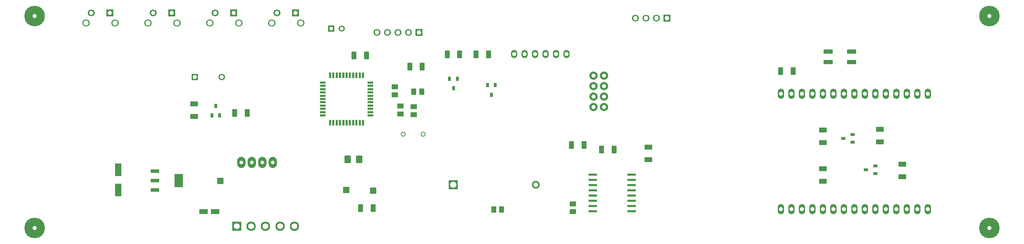
<source format=gbr>
G04 DipTrace 5.1.0.1*
G04 2 - Íèæíèé.gbr*
%MOMM*%
G04 #@! TF.FileFunction,Copper,L2,Bot*
G04 #@! TF.Part,Single*
%AMOUTLINE0*
4,1,28,
0.8,0.66,
0.8,-0.66,
0.79182,-0.72212,
0.76785,-0.78,
0.72971,-0.82971,
0.68,-0.86785,
0.62212,-0.89182,
0.56,-0.9,
-0.56,-0.9,
-0.62212,-0.89182,
-0.68,-0.86785,
-0.72971,-0.82971,
-0.76785,-0.78,
-0.79182,-0.72212,
-0.8,-0.66,
-0.8,0.66,
-0.79182,0.72212,
-0.76785,0.78,
-0.72971,0.82971,
-0.68,0.86785,
-0.62212,0.89182,
-0.56,0.9,
0.56,0.9,
0.62212,0.89182,
0.68,0.86785,
0.72971,0.82971,
0.76785,0.78,
0.79182,0.72212,
0.8,0.66,
0*%
%AMOUTLINE3*
4,1,28,
-0.5505,0.75,
0.5505,0.75,
0.60213,0.7432,
0.65025,0.72327,
0.69157,0.69157,
0.72327,0.65025,
0.7432,0.60213,
0.75,0.5505,
0.75,-0.5505,
0.7432,-0.60213,
0.72327,-0.65025,
0.69157,-0.69157,
0.65025,-0.72327,
0.60213,-0.7432,
0.5505,-0.75,
-0.5505,-0.75,
-0.60213,-0.7432,
-0.65025,-0.72327,
-0.69157,-0.69157,
-0.72327,-0.65025,
-0.7432,-0.60213,
-0.75,-0.5505,
-0.75,0.5505,
-0.7432,0.60213,
-0.72327,0.65025,
-0.69157,0.69157,
-0.65025,0.72327,
-0.60213,0.7432,
-0.5505,0.75,
0*%
%AMOUTLINE4*
4,1,28,
0.5505,-0.75,
-0.5505,-0.75,
-0.60213,-0.7432,
-0.65025,-0.72327,
-0.69157,-0.69157,
-0.72327,-0.65025,
-0.7432,-0.60213,
-0.75,-0.5505,
-0.75,0.5505,
-0.7432,0.60213,
-0.72327,0.65025,
-0.69157,0.69157,
-0.65025,0.72327,
-0.60213,0.7432,
-0.5505,0.75,
0.5505,0.75,
0.60213,0.7432,
0.65025,0.72327,
0.69157,0.69157,
0.72327,0.65025,
0.7432,0.60213,
0.75,0.5505,
0.75,-0.5505,
0.7432,-0.60213,
0.72327,-0.65025,
0.69157,-0.69157,
0.65025,-0.72327,
0.60213,-0.7432,
0.5505,-0.75,
0*%
%AMOUTLINE5*
4,1,28,
-0.365,0.935,
0.365,0.935,
0.4297,0.92648,
0.49,0.90151,
0.54178,0.86178,
0.58151,0.81,
0.60648,0.7497,
0.615,0.685,
0.615,-0.685,
0.60648,-0.7497,
0.58151,-0.81,
0.54178,-0.86178,
0.49,-0.90151,
0.4297,-0.92648,
0.365,-0.935,
-0.365,-0.935,
-0.4297,-0.92648,
-0.49,-0.90151,
-0.54178,-0.86178,
-0.58151,-0.81,
-0.60648,-0.7497,
-0.615,-0.685,
-0.615,0.685,
-0.60648,0.7497,
-0.58151,0.81,
-0.54178,0.86178,
-0.49,0.90151,
-0.4297,0.92648,
-0.365,0.935,
0*%
%AMOUTLINE8*
4,1,28,
0.365,-0.935,
-0.365,-0.935,
-0.4297,-0.92648,
-0.49,-0.90151,
-0.54178,-0.86178,
-0.58151,-0.81,
-0.60648,-0.7497,
-0.615,-0.685,
-0.615,0.685,
-0.60648,0.7497,
-0.58151,0.81,
-0.54178,0.86178,
-0.49,0.90151,
-0.4297,0.92648,
-0.365,0.935,
0.365,0.935,
0.4297,0.92648,
0.49,0.90151,
0.54178,0.86178,
0.58151,0.81,
0.60648,0.7497,
0.615,0.685,
0.615,-0.685,
0.60648,-0.7497,
0.58151,-0.81,
0.54178,-0.86178,
0.49,-0.90151,
0.4297,-0.92648,
0.365,-0.935,
0*%
%AMOUTLINE11*
4,1,28,
-0.935,-0.365,
-0.935,0.365,
-0.92648,0.4297,
-0.90151,0.49,
-0.86178,0.54178,
-0.81,0.58151,
-0.7497,0.60648,
-0.685,0.615,
0.685,0.615,
0.7497,0.60648,
0.81,0.58151,
0.86178,0.54178,
0.90151,0.49,
0.92648,0.4297,
0.935,0.365,
0.935,-0.365,
0.92648,-0.4297,
0.90151,-0.49,
0.86178,-0.54178,
0.81,-0.58151,
0.7497,-0.60648,
0.685,-0.615,
-0.685,-0.615,
-0.7497,-0.60648,
-0.81,-0.58151,
-0.86178,-0.54178,
-0.90151,-0.49,
-0.92648,-0.4297,
-0.935,-0.365,
0*%
%AMOUTLINE14*
4,1,28,
0.935,0.365,
0.935,-0.365,
0.92648,-0.4297,
0.90151,-0.49,
0.86178,-0.54178,
0.81,-0.58151,
0.7497,-0.60648,
0.685,-0.615,
-0.685,-0.615,
-0.7497,-0.60648,
-0.81,-0.58151,
-0.86178,-0.54178,
-0.90151,-0.49,
-0.92648,-0.4297,
-0.935,-0.365,
-0.935,0.365,
-0.92648,0.4297,
-0.90151,0.49,
-0.86178,0.54178,
-0.81,0.58151,
-0.7497,0.60648,
-0.685,0.615,
0.685,0.615,
0.7497,0.60648,
0.81,0.58151,
0.86178,0.54178,
0.90151,0.49,
0.92648,0.4297,
0.935,0.365,
0*%
%ADD44C,1.0*%
%ADD51C,1.4*%
%ADD52C,0.9*%
%ADD53C,1.1*%
%ADD54C,1.5*%
%ADD55C,1.17*%
%ADD56C,1.3*%
%ADD57C,0.8128*%
%ADD17R,1.6X3.15*%
%ADD18R,2.0X1.2*%
%ADD19R,1.3X1.5*%
%ADD20R,1.5X1.3*%
G04 #@! TA.AperFunction,ComponentPad*
%ADD21R,2.3X2.3*%
%ADD22C,2.3*%
%ADD23O,2.0X2.7*%
%ADD24R,1.7X1.7*%
%ADD25C,1.7*%
%ADD26R,2.2X2.2*%
%ADD27C,1.9*%
%ADD28R,2.2X1.0*%
G04 #@! TA.AperFunction,ComponentPad*
%ADD29R,1.6X1.6*%
%ADD30C,1.6*%
%ADD31C,5.0*%
%ADD32R,1.5X1.5*%
%ADD33C,1.5*%
%ADD34R,0.65X1.05*%
%ADD35R,1.05X0.65*%
G04 #@! TA.AperFunction,ComponentPad*
%ADD37C,1.8*%
%ADD38R,2.15X0.95*%
%ADD39R,2.15X3.25*%
%ADD40R,2.0X0.6*%
%ADD42R,1.47333X0.48267*%
%ADD43R,0.48267X1.47333*%
G04 #@! TA.AperFunction,ComponentPad*
%ADD45C,2.0*%
%ADD46O,1.5X2.0*%
%ADD48O,1.5X2.5*%
%ADD49C,1.2192*%
%ADD111OUTLINE0*%
%ADD114OUTLINE3*%
%ADD115OUTLINE4*%
%ADD116OUTLINE5*%
%ADD119OUTLINE8*%
%ADD122OUTLINE11*%
%ADD125OUTLINE14*%
%FSLAX35Y35*%
G04*
G71*
G90*
G75*
G01*
G04 Bottom*
%LPD*%
D17*
X3429037Y2714853D3*
Y2224853D3*
D18*
X5775663Y1698853D3*
X5495663D3*
D19*
X12711483Y1746770D3*
X12521483D3*
D20*
X14440300Y1887053D3*
Y1697053D3*
D19*
X10588547Y4607120D3*
X10778547D3*
D20*
X10580840Y4245803D3*
Y4055803D3*
X10266720Y4263613D3*
Y4073613D3*
X10128860Y4728313D3*
Y4538313D3*
D111*
X9263983Y2969393D3*
X8983983D3*
D114*
X9600233Y2207393D3*
D21*
X6296757Y1346670D3*
D22*
X6646757D3*
X6996757D3*
X7346757D3*
X7696757D3*
D23*
X7175537Y2889501D3*
X6921537Y2889494D3*
X6667537Y2889486D3*
X6413537Y2889479D3*
D24*
X10711483Y6048252D3*
D25*
X10457483D3*
X10203483D3*
X9949483D3*
X9695483D3*
D24*
X16712233Y6398393D3*
D25*
X16458233D3*
X16204233D3*
X15950233D3*
D26*
X11536983Y2350270D3*
D27*
X13536983D3*
D28*
X20617733Y5334768D3*
Y5588768D3*
X21188733D3*
Y5334768D3*
D29*
X5287120Y4968750D3*
D30*
X5937120D3*
D31*
X1408757Y6446070D3*
Y1302570D3*
X24522757Y6446070D3*
D115*
X8949357Y2223267D3*
D31*
X24522757Y1302570D3*
D114*
X5901357Y2445517D3*
D32*
X8584233Y6144393D3*
D33*
X8838233D3*
D34*
X5889500Y4032123D3*
X5699500D3*
X5794500Y4262123D3*
X11451150Y4925967D3*
X11641150D3*
X11546150Y4695967D3*
X12367160Y4769077D3*
X12557160D3*
X12462160Y4539077D3*
D35*
X21208733Y3572393D3*
Y3382393D3*
X20978733Y3477393D3*
X21764358Y2810393D3*
Y2620393D3*
X21534358Y2715393D3*
D116*
X9600233Y1787350D3*
D119*
X9296233D3*
X9139858Y5493518D3*
D116*
X9443858D3*
X6552380Y4095630D3*
D119*
X6248380D3*
D122*
X5270377Y4314000D3*
D125*
Y4010000D3*
D122*
X16268800Y3261930D3*
D125*
Y2957930D3*
D116*
X14704870Y3318080D3*
D119*
X14400870D3*
D116*
X15431630Y3202040D3*
D119*
X15127630D3*
X10487690Y5219120D3*
D116*
X10791690D3*
D119*
X11393650Y5521470D3*
D116*
X11697650D3*
D119*
X12092150D3*
D116*
X12396150D3*
D125*
X21871608Y3388893D3*
D122*
Y3692893D3*
X20490483Y3677018D3*
D125*
Y3373018D3*
X22411358Y2547518D3*
D122*
Y2851518D3*
D125*
X20490483Y2436393D3*
D122*
Y2740393D3*
D116*
X19769358Y5112518D3*
D119*
X19465358D3*
D25*
X2775000Y6527500D3*
D24*
X3225000D3*
D37*
X2650000Y6277500D3*
X3350000D3*
D25*
X4275000Y6527500D3*
D24*
X4725000D3*
D37*
X4150000Y6277500D3*
X4850000D3*
D25*
X5775000Y6527500D3*
D24*
X6225000D3*
D37*
X5650000Y6277500D3*
X6350000D3*
D25*
X7275000Y6527500D3*
D24*
X7725000D3*
D37*
X7150000Y6277500D3*
X7850000D3*
D38*
X4318037Y2222727D3*
Y2452727D3*
Y2682727D3*
D39*
X4898037Y2452727D3*
D40*
X15862790Y2595680D3*
Y2468680D3*
Y2341680D3*
Y2214680D3*
Y2087680D3*
Y1960680D3*
Y1833680D3*
Y1706680D3*
X14922790D3*
Y1833680D3*
Y1960680D3*
Y2087680D3*
Y2214680D3*
Y2341680D3*
Y2468680D3*
Y2595680D3*
D42*
X8386057Y4511533D3*
X9534123Y4432800D3*
D43*
X9038823Y5006833D3*
X9120123D3*
X9198857D3*
X9280123D3*
X9358857D3*
D42*
X9534123Y4831567D3*
Y4752833D3*
Y4194033D3*
Y4272767D3*
X8386057Y4592833D3*
Y4671567D3*
Y4752833D3*
Y4831567D3*
D43*
X8721323Y5006833D3*
X8800057D3*
X8881357D3*
X8960090D3*
X8561323D3*
X8640057D3*
D42*
X9534123Y4034033D3*
D43*
X9358857Y3858767D3*
D42*
X8386057Y4432800D3*
X9534123Y4354067D3*
Y4112767D3*
D43*
X9280123Y3858767D3*
X9198857D3*
X9120123D3*
X8721323D3*
X8640057D3*
X8561323D3*
D42*
X8386057Y4034033D3*
D43*
X9038823Y3858767D3*
X8960090D3*
X8881357D3*
X8800057D3*
D42*
X8386057Y4112767D3*
Y4194033D3*
Y4272767D3*
Y4354067D3*
X9534123Y4671567D3*
Y4592833D3*
Y4511533D3*
D45*
X14934233Y4239393D3*
Y4493393D3*
Y4747393D3*
Y5001393D3*
X15188233Y4239393D3*
Y4493393D3*
Y4747393D3*
Y5001393D3*
D46*
X13013358Y5525268D3*
X13267358D3*
X13521358D3*
X13775358D3*
X14029358Y5525218D3*
X14283358Y5525242D3*
D48*
X19474483Y4559893D3*
X19728483D3*
X21252483D3*
X21506483D3*
X22268483D3*
X22522483D3*
X23030483D3*
X22522483Y1759893D3*
X22268483D3*
X22014483D3*
X21760483D3*
X21506483D3*
X21252483D3*
X20236483D3*
X20490483D3*
X19982483D3*
X19728483D3*
X19474483D3*
X19982483Y4559893D3*
X20236483D3*
X20490483D3*
X20744483D3*
X20998483D3*
X21760483D3*
X22014483D3*
X22776483D3*
X23030483Y1759893D3*
X22776483D3*
X20998483D3*
X20744483D3*
D49*
X10809910Y3575817D3*
X10327310D3*
G04 Bottom Clear*
%LPC*%
D51*
X6296757Y1346670D3*
X6646757D3*
X6996757D3*
X7346757D3*
X7696757D3*
D52*
X7175537Y2889501D3*
X6921537Y2889494D3*
X6667537Y2889486D3*
X6413537Y2889479D3*
D53*
X10711483Y6048252D3*
X10457483D3*
X10203483D3*
X9949483D3*
X9695483D3*
X16712233Y6398393D3*
X16458233D3*
X16204233D3*
X15950233D3*
D54*
X11536983Y2350270D3*
D55*
X13536983D3*
D44*
X5287120Y4968750D3*
X5937120D3*
X1408757Y6446070D3*
Y1302570D3*
X24522757Y6446070D3*
Y1302570D3*
D52*
X8584233Y6144393D3*
X8838233D3*
D44*
X2775000Y6527500D3*
X3225000D3*
D56*
X2650000Y6277500D3*
X3350000D3*
D44*
X4275000Y6527500D3*
X4725000D3*
D56*
X4150000Y6277500D3*
X4850000D3*
D44*
X5775000Y6527500D3*
X6225000D3*
D56*
X5650000Y6277500D3*
X6350000D3*
D44*
X7275000Y6527500D3*
X7725000D3*
D56*
X7150000Y6277500D3*
X7850000D3*
D44*
X14934233Y4239393D3*
Y4493393D3*
Y4747393D3*
Y5001393D3*
X15188233Y4239393D3*
Y4493393D3*
Y4747393D3*
Y5001393D3*
X13013358Y5525268D3*
X13267358D3*
X13521358D3*
X13775358D3*
X14029358Y5525218D3*
X14283358Y5525242D3*
X19474483Y4559893D3*
X19728483D3*
X21252483D3*
X21506483D3*
X22268483D3*
X22522483D3*
X23030483D3*
X22522483Y1759893D3*
X22268483D3*
X22014483D3*
X21760483D3*
X21506483D3*
X21252483D3*
X20236483D3*
X20490483D3*
X19982483D3*
X19728483D3*
X19474483D3*
X19982483Y4559893D3*
X20236483D3*
X20490483D3*
X20744483D3*
X20998483D3*
X21760483D3*
X22014483D3*
X22776483D3*
X23030483Y1759893D3*
X22776483D3*
X20998483D3*
X20744483D3*
D57*
X10809910Y3575817D3*
X10327310D3*
M02*

</source>
